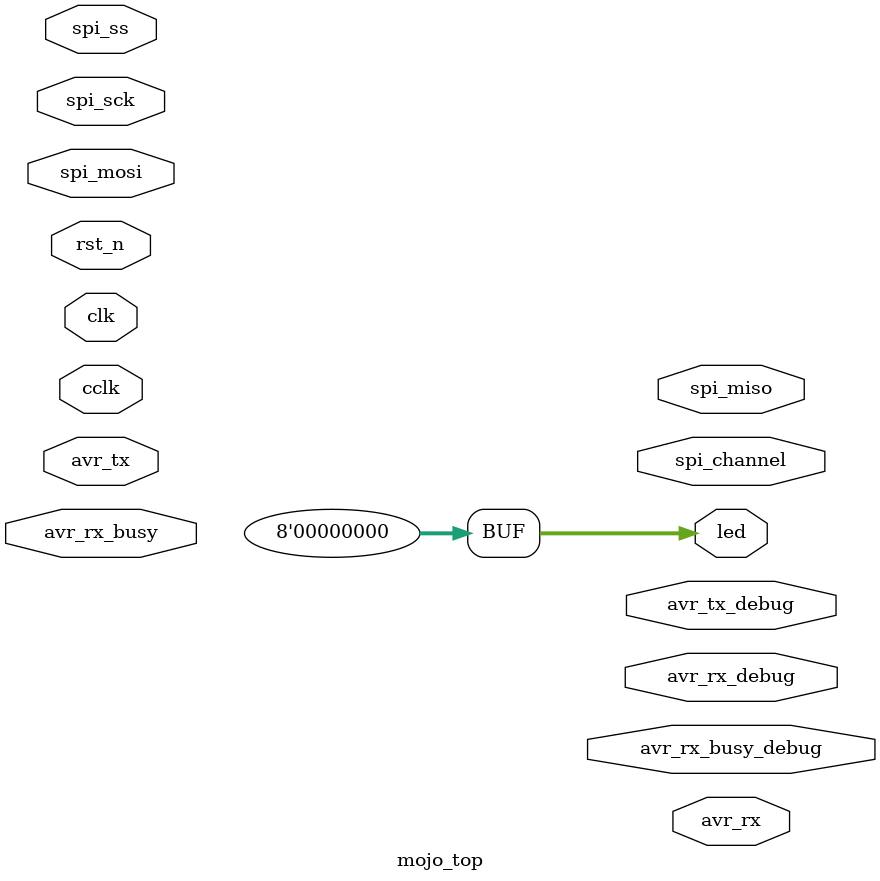
<source format=v>
module mojo_top(
    // 50MHz clock input
    input clk,
    // Input from reset button (active low)
    input rst_n,
    // cclk input from AVR, high when AVR is ready
    input cclk,
    // Outputs to the 8 onboard LEDs
    output[7:0]led,
    // AVR SPI connections
    output spi_miso,
    input spi_ss,
    input spi_mosi,
    input spi_sck,
    // AVR ADC channel select
    output [3:0] spi_channel,
    // Serial connections
    input avr_tx, // AVR Tx => FPGA Rx
    output avr_rx, // AVR Rx => FPGA Tx
    input avr_rx_busy, // AVR Rx buffer full
    output avr_tx_debug,
    output avr_rx_debug,
    output avr_rx_busy_debug
);

  wire rst = ~rst_n; // make reset active high
 
  assign led = 8'b0;
 
  wire [7:0] tx_data;
  wire new_tx_data;
  wire tx_busy;
  wire [7:0] rx_data;
  wire new_rx_data;
 
endmodule


</source>
